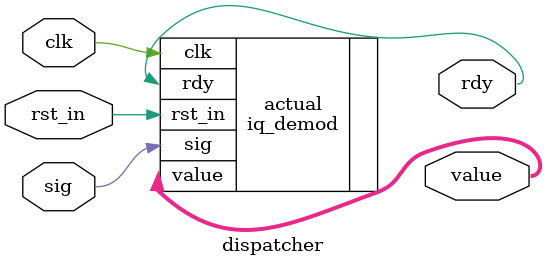
<source format=v>
module dispatcher(
    input clk, rst_in, sig,
    output [7:0] value,
    output rdy,
);
    //iq_demod early(.clk(clk), .rst_in(rst_in), .sig(sig), .rdy(rdy), .value(value));
    //iq_demod late(.clk(clk), .rst_in(rst_in), .sig(sig), .rdy(rdy), .value(value));
    iq_demod actual(.clk(clk), .rst_in(rst_in), .sig(sig), .rdy(rdy), .value(value)); //PSK modem


endmodule
</source>
